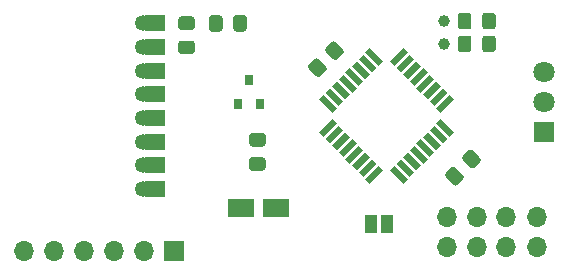
<source format=gbr>
%TF.GenerationSoftware,KiCad,Pcbnew,(5.1.9-0-10_14)*%
%TF.CreationDate,2021-08-27T20:50:13+02:00*%
%TF.ProjectId,HB-SCI-x-MSP,48422d53-4349-42d7-982d-4d53502e6b69,rev?*%
%TF.SameCoordinates,Original*%
%TF.FileFunction,Soldermask,Bot*%
%TF.FilePolarity,Negative*%
%FSLAX46Y46*%
G04 Gerber Fmt 4.6, Leading zero omitted, Abs format (unit mm)*
G04 Created by KiCad (PCBNEW (5.1.9-0-10_14)) date 2021-08-27 20:50:13*
%MOMM*%
%LPD*%
G01*
G04 APERTURE LIST*
%ADD10O,1.700000X1.700000*%
%ADD11R,1.000000X1.500000*%
%ADD12R,1.700000X1.700000*%
%ADD13C,1.000000*%
%ADD14C,1.350000*%
%ADD15R,1.800000X1.350000*%
%ADD16C,0.100000*%
%ADD17R,0.800000X0.900000*%
%ADD18R,2.200000X1.500000*%
%ADD19C,1.800000*%
%ADD20R,1.800000X1.800000*%
G04 APERTURE END LIST*
%TO.C,C7*%
G36*
G01*
X91420000Y-39980001D02*
X91420000Y-39079999D01*
G75*
G02*
X91669999Y-38830000I249999J0D01*
G01*
X92320001Y-38830000D01*
G75*
G02*
X92570000Y-39079999I0J-249999D01*
G01*
X92570000Y-39980001D01*
G75*
G02*
X92320001Y-40230000I-249999J0D01*
G01*
X91669999Y-40230000D01*
G75*
G02*
X91420000Y-39980001I0J249999D01*
G01*
G37*
G36*
G01*
X89370000Y-39980001D02*
X89370000Y-39079999D01*
G75*
G02*
X89619999Y-38830000I249999J0D01*
G01*
X90270001Y-38830000D01*
G75*
G02*
X90520000Y-39079999I0J-249999D01*
G01*
X90520000Y-39980001D01*
G75*
G02*
X90270001Y-40230000I-249999J0D01*
G01*
X89619999Y-40230000D01*
G75*
G02*
X89370000Y-39980001I0J249999D01*
G01*
G37*
%TD*%
%TO.C,C6*%
G36*
G01*
X91420000Y-38050001D02*
X91420000Y-37149999D01*
G75*
G02*
X91669999Y-36900000I249999J0D01*
G01*
X92320001Y-36900000D01*
G75*
G02*
X92570000Y-37149999I0J-249999D01*
G01*
X92570000Y-38050001D01*
G75*
G02*
X92320001Y-38300000I-249999J0D01*
G01*
X91669999Y-38300000D01*
G75*
G02*
X91420000Y-38050001I0J249999D01*
G01*
G37*
G36*
G01*
X89370000Y-38050001D02*
X89370000Y-37149999D01*
G75*
G02*
X89619999Y-36900000I249999J0D01*
G01*
X90270001Y-36900000D01*
G75*
G02*
X90520000Y-37149999I0J-249999D01*
G01*
X90520000Y-38050001D01*
G75*
G02*
X90270001Y-38300000I-249999J0D01*
G01*
X89619999Y-38300000D01*
G75*
G02*
X89370000Y-38050001I0J249999D01*
G01*
G37*
%TD*%
D10*
%TO.C,SW2*%
X88450000Y-56740000D03*
X90970000Y-56740000D03*
X93470000Y-56740000D03*
X96070000Y-56740000D03*
X88470000Y-54200000D03*
X90970000Y-54200000D03*
X93470000Y-54200000D03*
X96070000Y-54200000D03*
%TD*%
D11*
%TO.C,JP1*%
X82050000Y-54800000D03*
X83350000Y-54800000D03*
%TD*%
D10*
%TO.C,J2*%
X52600000Y-57030000D03*
X55140000Y-57030000D03*
X57680000Y-57030000D03*
X60220000Y-57030000D03*
X62760000Y-57030000D03*
D12*
X65300000Y-57030000D03*
%TD*%
D13*
%TO.C,Y1*%
X88200000Y-37600000D03*
X88200000Y-39500000D03*
%TD*%
D14*
%TO.C,U3*%
X62700000Y-51800000D03*
D15*
X63700000Y-51800000D03*
D14*
X62700000Y-37800000D03*
X62700000Y-39800000D03*
X62700000Y-41800000D03*
X62700000Y-43800000D03*
X62700000Y-45800000D03*
X62700000Y-47800000D03*
X62700000Y-49800000D03*
D15*
X63700000Y-37800000D03*
X63700000Y-39800000D03*
X63700000Y-41800000D03*
X63700000Y-43800000D03*
X63700000Y-45800000D03*
X63700000Y-47800000D03*
X63700000Y-49800000D03*
%TD*%
D16*
%TO.C,U1*%
G36*
X87943872Y-45344835D02*
G01*
X87554963Y-44955926D01*
X88686334Y-43824555D01*
X89075243Y-44213464D01*
X87943872Y-45344835D01*
G37*
G36*
X87378186Y-44779150D02*
G01*
X86989277Y-44390241D01*
X88120648Y-43258870D01*
X88509557Y-43647779D01*
X87378186Y-44779150D01*
G37*
G36*
X86812501Y-44213464D02*
G01*
X86423592Y-43824555D01*
X87554963Y-42693184D01*
X87943872Y-43082093D01*
X86812501Y-44213464D01*
G37*
G36*
X86246816Y-43647779D02*
G01*
X85857907Y-43258870D01*
X86989278Y-42127499D01*
X87378187Y-42516408D01*
X86246816Y-43647779D01*
G37*
G36*
X85681130Y-43082093D02*
G01*
X85292221Y-42693184D01*
X86423592Y-41561813D01*
X86812501Y-41950722D01*
X85681130Y-43082093D01*
G37*
G36*
X85115445Y-42516408D02*
G01*
X84726536Y-42127499D01*
X85857907Y-40996128D01*
X86246816Y-41385037D01*
X85115445Y-42516408D01*
G37*
G36*
X84549759Y-41950723D02*
G01*
X84160850Y-41561814D01*
X85292221Y-40430443D01*
X85681130Y-40819352D01*
X84549759Y-41950723D01*
G37*
G36*
X83984074Y-41385037D02*
G01*
X83595165Y-40996128D01*
X84726536Y-39864757D01*
X85115445Y-40253666D01*
X83984074Y-41385037D01*
G37*
G36*
X83064835Y-40996128D02*
G01*
X82675926Y-41385037D01*
X81544555Y-40253666D01*
X81933464Y-39864757D01*
X83064835Y-40996128D01*
G37*
G36*
X82499150Y-41561814D02*
G01*
X82110241Y-41950723D01*
X80978870Y-40819352D01*
X81367779Y-40430443D01*
X82499150Y-41561814D01*
G37*
G36*
X81933464Y-42127499D02*
G01*
X81544555Y-42516408D01*
X80413184Y-41385037D01*
X80802093Y-40996128D01*
X81933464Y-42127499D01*
G37*
G36*
X81367779Y-42693184D02*
G01*
X80978870Y-43082093D01*
X79847499Y-41950722D01*
X80236408Y-41561813D01*
X81367779Y-42693184D01*
G37*
G36*
X80802093Y-43258870D02*
G01*
X80413184Y-43647779D01*
X79281813Y-42516408D01*
X79670722Y-42127499D01*
X80802093Y-43258870D01*
G37*
G36*
X80236408Y-43824555D02*
G01*
X79847499Y-44213464D01*
X78716128Y-43082093D01*
X79105037Y-42693184D01*
X80236408Y-43824555D01*
G37*
G36*
X79670723Y-44390241D02*
G01*
X79281814Y-44779150D01*
X78150443Y-43647779D01*
X78539352Y-43258870D01*
X79670723Y-44390241D01*
G37*
G36*
X79105037Y-44955926D02*
G01*
X78716128Y-45344835D01*
X77584757Y-44213464D01*
X77973666Y-43824555D01*
X79105037Y-44955926D01*
G37*
G36*
X77973666Y-47395445D02*
G01*
X77584757Y-47006536D01*
X78716128Y-45875165D01*
X79105037Y-46264074D01*
X77973666Y-47395445D01*
G37*
G36*
X78539352Y-47961130D02*
G01*
X78150443Y-47572221D01*
X79281814Y-46440850D01*
X79670723Y-46829759D01*
X78539352Y-47961130D01*
G37*
G36*
X79105037Y-48526816D02*
G01*
X78716128Y-48137907D01*
X79847499Y-47006536D01*
X80236408Y-47395445D01*
X79105037Y-48526816D01*
G37*
G36*
X79670722Y-49092501D02*
G01*
X79281813Y-48703592D01*
X80413184Y-47572221D01*
X80802093Y-47961130D01*
X79670722Y-49092501D01*
G37*
G36*
X80236408Y-49658187D02*
G01*
X79847499Y-49269278D01*
X80978870Y-48137907D01*
X81367779Y-48526816D01*
X80236408Y-49658187D01*
G37*
G36*
X80802093Y-50223872D02*
G01*
X80413184Y-49834963D01*
X81544555Y-48703592D01*
X81933464Y-49092501D01*
X80802093Y-50223872D01*
G37*
G36*
X81367779Y-50789557D02*
G01*
X80978870Y-50400648D01*
X82110241Y-49269277D01*
X82499150Y-49658186D01*
X81367779Y-50789557D01*
G37*
G36*
X81933464Y-51355243D02*
G01*
X81544555Y-50966334D01*
X82675926Y-49834963D01*
X83064835Y-50223872D01*
X81933464Y-51355243D01*
G37*
G36*
X85115445Y-50966334D02*
G01*
X84726536Y-51355243D01*
X83595165Y-50223872D01*
X83984074Y-49834963D01*
X85115445Y-50966334D01*
G37*
G36*
X85681130Y-50400648D02*
G01*
X85292221Y-50789557D01*
X84160850Y-49658186D01*
X84549759Y-49269277D01*
X85681130Y-50400648D01*
G37*
G36*
X86246816Y-49834963D02*
G01*
X85857907Y-50223872D01*
X84726536Y-49092501D01*
X85115445Y-48703592D01*
X86246816Y-49834963D01*
G37*
G36*
X86812501Y-49269278D02*
G01*
X86423592Y-49658187D01*
X85292221Y-48526816D01*
X85681130Y-48137907D01*
X86812501Y-49269278D01*
G37*
G36*
X87378187Y-48703592D02*
G01*
X86989278Y-49092501D01*
X85857907Y-47961130D01*
X86246816Y-47572221D01*
X87378187Y-48703592D01*
G37*
G36*
X87943872Y-48137907D02*
G01*
X87554963Y-48526816D01*
X86423592Y-47395445D01*
X86812501Y-47006536D01*
X87943872Y-48137907D01*
G37*
G36*
X88509557Y-47572221D02*
G01*
X88120648Y-47961130D01*
X86989277Y-46829759D01*
X87378186Y-46440850D01*
X88509557Y-47572221D01*
G37*
G36*
X89075243Y-47006536D02*
G01*
X88686334Y-47395445D01*
X87554963Y-46264074D01*
X87943872Y-45875165D01*
X89075243Y-47006536D01*
G37*
%TD*%
%TO.C,R8*%
G36*
G01*
X69450000Y-37349999D02*
X69450000Y-38250001D01*
G75*
G02*
X69200001Y-38500000I-249999J0D01*
G01*
X68549999Y-38500000D01*
G75*
G02*
X68300000Y-38250001I0J249999D01*
G01*
X68300000Y-37349999D01*
G75*
G02*
X68549999Y-37100000I249999J0D01*
G01*
X69200001Y-37100000D01*
G75*
G02*
X69450000Y-37349999I0J-249999D01*
G01*
G37*
G36*
G01*
X71500000Y-37349999D02*
X71500000Y-38250001D01*
G75*
G02*
X71250001Y-38500000I-249999J0D01*
G01*
X70599999Y-38500000D01*
G75*
G02*
X70350000Y-38250001I0J249999D01*
G01*
X70350000Y-37349999D01*
G75*
G02*
X70599999Y-37100000I249999J0D01*
G01*
X71250001Y-37100000D01*
G75*
G02*
X71500000Y-37349999I0J-249999D01*
G01*
G37*
%TD*%
%TO.C,R7*%
G36*
G01*
X71949999Y-49125000D02*
X72850001Y-49125000D01*
G75*
G02*
X73100000Y-49374999I0J-249999D01*
G01*
X73100000Y-50025001D01*
G75*
G02*
X72850001Y-50275000I-249999J0D01*
G01*
X71949999Y-50275000D01*
G75*
G02*
X71700000Y-50025001I0J249999D01*
G01*
X71700000Y-49374999D01*
G75*
G02*
X71949999Y-49125000I249999J0D01*
G01*
G37*
G36*
G01*
X71949999Y-47075000D02*
X72850001Y-47075000D01*
G75*
G02*
X73100000Y-47324999I0J-249999D01*
G01*
X73100000Y-47975001D01*
G75*
G02*
X72850001Y-48225000I-249999J0D01*
G01*
X71949999Y-48225000D01*
G75*
G02*
X71700000Y-47975001I0J249999D01*
G01*
X71700000Y-47324999D01*
G75*
G02*
X71949999Y-47075000I249999J0D01*
G01*
G37*
%TD*%
D17*
%TO.C,Q1*%
X71700000Y-42600000D03*
X70750000Y-44600000D03*
X72650000Y-44600000D03*
%TD*%
D18*
%TO.C,D2*%
X71030000Y-53450000D03*
X73930000Y-53450000D03*
%TD*%
D19*
%TO.C,D1*%
X96660000Y-41910000D03*
X96660000Y-44450000D03*
D20*
X96660000Y-46990000D03*
%TD*%
%TO.C,C3*%
G36*
G01*
X65949999Y-39250000D02*
X66850001Y-39250000D01*
G75*
G02*
X67100000Y-39499999I0J-249999D01*
G01*
X67100000Y-40150001D01*
G75*
G02*
X66850001Y-40400000I-249999J0D01*
G01*
X65949999Y-40400000D01*
G75*
G02*
X65700000Y-40150001I0J249999D01*
G01*
X65700000Y-39499999D01*
G75*
G02*
X65949999Y-39250000I249999J0D01*
G01*
G37*
G36*
G01*
X65949999Y-37200000D02*
X66850001Y-37200000D01*
G75*
G02*
X67100000Y-37449999I0J-249999D01*
G01*
X67100000Y-38100001D01*
G75*
G02*
X66850001Y-38350000I-249999J0D01*
G01*
X65949999Y-38350000D01*
G75*
G02*
X65700000Y-38100001I0J249999D01*
G01*
X65700000Y-37449999D01*
G75*
G02*
X65949999Y-37200000I249999J0D01*
G01*
G37*
%TD*%
%TO.C,C2*%
G36*
G01*
X78836396Y-40824801D02*
X78199999Y-40188404D01*
G75*
G02*
X78199999Y-39834852I176776J176776D01*
G01*
X78659620Y-39375231D01*
G75*
G02*
X79013172Y-39375231I176776J-176776D01*
G01*
X79649569Y-40011628D01*
G75*
G02*
X79649569Y-40365180I-176776J-176776D01*
G01*
X79189948Y-40824801D01*
G75*
G02*
X78836396Y-40824801I-176776J176776D01*
G01*
G37*
G36*
G01*
X77386828Y-42274369D02*
X76750431Y-41637972D01*
G75*
G02*
X76750431Y-41284420I176776J176776D01*
G01*
X77210052Y-40824799D01*
G75*
G02*
X77563604Y-40824799I176776J-176776D01*
G01*
X78200001Y-41461196D01*
G75*
G02*
X78200001Y-41814748I-176776J-176776D01*
G01*
X77740380Y-42274369D01*
G75*
G02*
X77386828Y-42274369I-176776J176776D01*
G01*
G37*
%TD*%
%TO.C,C1*%
G36*
G01*
X88986828Y-51449569D02*
X88350431Y-50813172D01*
G75*
G02*
X88350431Y-50459620I176776J176776D01*
G01*
X88810052Y-49999999D01*
G75*
G02*
X89163604Y-49999999I176776J-176776D01*
G01*
X89800001Y-50636396D01*
G75*
G02*
X89800001Y-50989948I-176776J-176776D01*
G01*
X89340380Y-51449569D01*
G75*
G02*
X88986828Y-51449569I-176776J176776D01*
G01*
G37*
G36*
G01*
X90436396Y-50000001D02*
X89799999Y-49363604D01*
G75*
G02*
X89799999Y-49010052I176776J176776D01*
G01*
X90259620Y-48550431D01*
G75*
G02*
X90613172Y-48550431I176776J-176776D01*
G01*
X91249569Y-49186828D01*
G75*
G02*
X91249569Y-49540380I-176776J-176776D01*
G01*
X90789948Y-50000001D01*
G75*
G02*
X90436396Y-50000001I-176776J176776D01*
G01*
G37*
%TD*%
M02*

</source>
